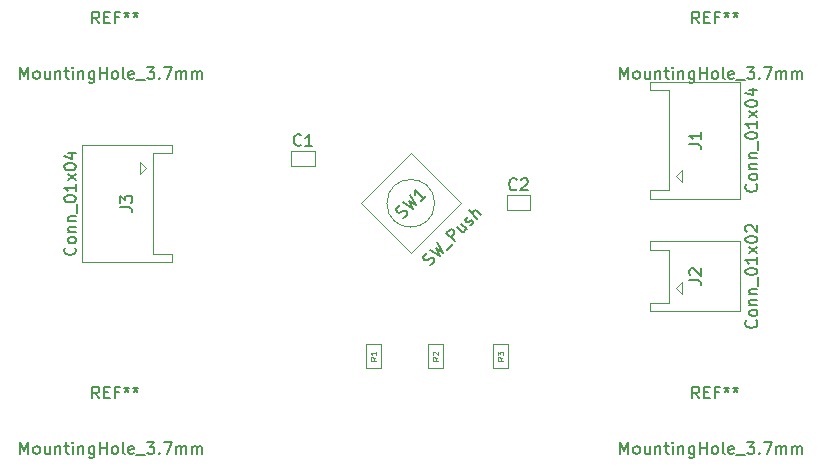
<source format=gbr>
G04 #@! TF.FileFunction,Other,Fab,Top*
%FSLAX46Y46*%
G04 Gerber Fmt 4.6, Leading zero omitted, Abs format (unit mm)*
G04 Created by KiCad (PCBNEW 4.0.6) date 05/22/18 14:15:00*
%MOMM*%
%LPD*%
G01*
G04 APERTURE LIST*
%ADD10C,0.100000*%
%ADD11C,0.150000*%
%ADD12C,0.075000*%
G04 APERTURE END LIST*
D10*
X120000000Y-91870000D02*
X120000000Y-90630000D01*
X122000000Y-91870000D02*
X120000000Y-91870000D01*
X122000000Y-90630000D02*
X122000000Y-91870000D01*
X120000000Y-90630000D02*
X122000000Y-90630000D01*
X138250000Y-95620000D02*
X138250000Y-94380000D01*
X140250000Y-95620000D02*
X138250000Y-95620000D01*
X140250000Y-94380000D02*
X140250000Y-95620000D01*
X138250000Y-94380000D02*
X140250000Y-94380000D01*
X152015000Y-93960000D02*
X150415000Y-93960000D01*
X150415000Y-93960000D02*
X150415000Y-94660000D01*
X150415000Y-94660000D02*
X158015000Y-94660000D01*
X158015000Y-94660000D02*
X158015000Y-84760000D01*
X158015000Y-84760000D02*
X150415000Y-84760000D01*
X150415000Y-84760000D02*
X150415000Y-85460000D01*
X150415000Y-85460000D02*
X152015000Y-85460000D01*
X152015000Y-85460000D02*
X152015000Y-93960000D01*
X152615000Y-92710000D02*
X153115000Y-93210000D01*
X153115000Y-93210000D02*
X153115000Y-92210000D01*
X153115000Y-92210000D02*
X152615000Y-92710000D01*
X152015000Y-103485000D02*
X150415000Y-103485000D01*
X150415000Y-103485000D02*
X150415000Y-104185000D01*
X150415000Y-104185000D02*
X158015000Y-104185000D01*
X158015000Y-104185000D02*
X158015000Y-98285000D01*
X158015000Y-98285000D02*
X150415000Y-98285000D01*
X150415000Y-98285000D02*
X150415000Y-98985000D01*
X150415000Y-98985000D02*
X152015000Y-98985000D01*
X152015000Y-98985000D02*
X152015000Y-103485000D01*
X152615000Y-102235000D02*
X153115000Y-102735000D01*
X153115000Y-102735000D02*
X153115000Y-101735000D01*
X153115000Y-101735000D02*
X152615000Y-102235000D01*
X108335000Y-90825000D02*
X109935000Y-90825000D01*
X109935000Y-90825000D02*
X109935000Y-90125000D01*
X109935000Y-90125000D02*
X102335000Y-90125000D01*
X102335000Y-90125000D02*
X102335000Y-100025000D01*
X102335000Y-100025000D02*
X109935000Y-100025000D01*
X109935000Y-100025000D02*
X109935000Y-99325000D01*
X109935000Y-99325000D02*
X108335000Y-99325000D01*
X108335000Y-99325000D02*
X108335000Y-90825000D01*
X107735000Y-92075000D02*
X107235000Y-91575000D01*
X107235000Y-91575000D02*
X107235000Y-92575000D01*
X107235000Y-92575000D02*
X107735000Y-92075000D01*
X127620000Y-109000000D02*
X126380000Y-109000000D01*
X127620000Y-107000000D02*
X127620000Y-109000000D01*
X126380000Y-107000000D02*
X127620000Y-107000000D01*
X126380000Y-109000000D02*
X126380000Y-107000000D01*
X131630000Y-107000000D02*
X132870000Y-107000000D01*
X131630000Y-109000000D02*
X131630000Y-107000000D01*
X132870000Y-109000000D02*
X131630000Y-109000000D01*
X132870000Y-107000000D02*
X132870000Y-109000000D01*
X138370000Y-109000000D02*
X137130000Y-109000000D01*
X138370000Y-107000000D02*
X138370000Y-109000000D01*
X137130000Y-107000000D02*
X138370000Y-107000000D01*
X137130000Y-109000000D02*
X137130000Y-107000000D01*
X128005767Y-92929573D02*
X130127087Y-90808253D01*
X130127087Y-90808253D02*
X134369728Y-95050893D01*
X134369728Y-95050893D02*
X130127087Y-99293534D01*
X130127087Y-99293534D02*
X125884447Y-95050893D01*
X125884447Y-95050893D02*
X128005767Y-92929573D01*
X132142651Y-95050893D02*
G75*
G03X132142651Y-95050893I-2015564J0D01*
G01*
D11*
X147884524Y-84527381D02*
X147884524Y-83527381D01*
X148217858Y-84241667D01*
X148551191Y-83527381D01*
X148551191Y-84527381D01*
X149170238Y-84527381D02*
X149075000Y-84479762D01*
X149027381Y-84432143D01*
X148979762Y-84336905D01*
X148979762Y-84051190D01*
X149027381Y-83955952D01*
X149075000Y-83908333D01*
X149170238Y-83860714D01*
X149313096Y-83860714D01*
X149408334Y-83908333D01*
X149455953Y-83955952D01*
X149503572Y-84051190D01*
X149503572Y-84336905D01*
X149455953Y-84432143D01*
X149408334Y-84479762D01*
X149313096Y-84527381D01*
X149170238Y-84527381D01*
X150360715Y-83860714D02*
X150360715Y-84527381D01*
X149932143Y-83860714D02*
X149932143Y-84384524D01*
X149979762Y-84479762D01*
X150075000Y-84527381D01*
X150217858Y-84527381D01*
X150313096Y-84479762D01*
X150360715Y-84432143D01*
X150836905Y-83860714D02*
X150836905Y-84527381D01*
X150836905Y-83955952D02*
X150884524Y-83908333D01*
X150979762Y-83860714D01*
X151122620Y-83860714D01*
X151217858Y-83908333D01*
X151265477Y-84003571D01*
X151265477Y-84527381D01*
X151598810Y-83860714D02*
X151979762Y-83860714D01*
X151741667Y-83527381D02*
X151741667Y-84384524D01*
X151789286Y-84479762D01*
X151884524Y-84527381D01*
X151979762Y-84527381D01*
X152313096Y-84527381D02*
X152313096Y-83860714D01*
X152313096Y-83527381D02*
X152265477Y-83575000D01*
X152313096Y-83622619D01*
X152360715Y-83575000D01*
X152313096Y-83527381D01*
X152313096Y-83622619D01*
X152789286Y-83860714D02*
X152789286Y-84527381D01*
X152789286Y-83955952D02*
X152836905Y-83908333D01*
X152932143Y-83860714D01*
X153075001Y-83860714D01*
X153170239Y-83908333D01*
X153217858Y-84003571D01*
X153217858Y-84527381D01*
X154122620Y-83860714D02*
X154122620Y-84670238D01*
X154075001Y-84765476D01*
X154027382Y-84813095D01*
X153932143Y-84860714D01*
X153789286Y-84860714D01*
X153694048Y-84813095D01*
X154122620Y-84479762D02*
X154027382Y-84527381D01*
X153836905Y-84527381D01*
X153741667Y-84479762D01*
X153694048Y-84432143D01*
X153646429Y-84336905D01*
X153646429Y-84051190D01*
X153694048Y-83955952D01*
X153741667Y-83908333D01*
X153836905Y-83860714D01*
X154027382Y-83860714D01*
X154122620Y-83908333D01*
X154598810Y-84527381D02*
X154598810Y-83527381D01*
X154598810Y-84003571D02*
X155170239Y-84003571D01*
X155170239Y-84527381D02*
X155170239Y-83527381D01*
X155789286Y-84527381D02*
X155694048Y-84479762D01*
X155646429Y-84432143D01*
X155598810Y-84336905D01*
X155598810Y-84051190D01*
X155646429Y-83955952D01*
X155694048Y-83908333D01*
X155789286Y-83860714D01*
X155932144Y-83860714D01*
X156027382Y-83908333D01*
X156075001Y-83955952D01*
X156122620Y-84051190D01*
X156122620Y-84336905D01*
X156075001Y-84432143D01*
X156027382Y-84479762D01*
X155932144Y-84527381D01*
X155789286Y-84527381D01*
X156694048Y-84527381D02*
X156598810Y-84479762D01*
X156551191Y-84384524D01*
X156551191Y-83527381D01*
X157455954Y-84479762D02*
X157360716Y-84527381D01*
X157170239Y-84527381D01*
X157075001Y-84479762D01*
X157027382Y-84384524D01*
X157027382Y-84003571D01*
X157075001Y-83908333D01*
X157170239Y-83860714D01*
X157360716Y-83860714D01*
X157455954Y-83908333D01*
X157503573Y-84003571D01*
X157503573Y-84098810D01*
X157027382Y-84194048D01*
X157694049Y-84622619D02*
X158455954Y-84622619D01*
X158598811Y-83527381D02*
X159217859Y-83527381D01*
X158884525Y-83908333D01*
X159027383Y-83908333D01*
X159122621Y-83955952D01*
X159170240Y-84003571D01*
X159217859Y-84098810D01*
X159217859Y-84336905D01*
X159170240Y-84432143D01*
X159122621Y-84479762D01*
X159027383Y-84527381D01*
X158741668Y-84527381D01*
X158646430Y-84479762D01*
X158598811Y-84432143D01*
X159646430Y-84432143D02*
X159694049Y-84479762D01*
X159646430Y-84527381D01*
X159598811Y-84479762D01*
X159646430Y-84432143D01*
X159646430Y-84527381D01*
X160027382Y-83527381D02*
X160694049Y-83527381D01*
X160265477Y-84527381D01*
X161075001Y-84527381D02*
X161075001Y-83860714D01*
X161075001Y-83955952D02*
X161122620Y-83908333D01*
X161217858Y-83860714D01*
X161360716Y-83860714D01*
X161455954Y-83908333D01*
X161503573Y-84003571D01*
X161503573Y-84527381D01*
X161503573Y-84003571D02*
X161551192Y-83908333D01*
X161646430Y-83860714D01*
X161789287Y-83860714D01*
X161884525Y-83908333D01*
X161932144Y-84003571D01*
X161932144Y-84527381D01*
X162408334Y-84527381D02*
X162408334Y-83860714D01*
X162408334Y-83955952D02*
X162455953Y-83908333D01*
X162551191Y-83860714D01*
X162694049Y-83860714D01*
X162789287Y-83908333D01*
X162836906Y-84003571D01*
X162836906Y-84527381D01*
X162836906Y-84003571D02*
X162884525Y-83908333D01*
X162979763Y-83860714D01*
X163122620Y-83860714D01*
X163217858Y-83908333D01*
X163265477Y-84003571D01*
X163265477Y-84527381D01*
X154541667Y-79827381D02*
X154208333Y-79351190D01*
X153970238Y-79827381D02*
X153970238Y-78827381D01*
X154351191Y-78827381D01*
X154446429Y-78875000D01*
X154494048Y-78922619D01*
X154541667Y-79017857D01*
X154541667Y-79160714D01*
X154494048Y-79255952D01*
X154446429Y-79303571D01*
X154351191Y-79351190D01*
X153970238Y-79351190D01*
X154970238Y-79303571D02*
X155303572Y-79303571D01*
X155446429Y-79827381D02*
X154970238Y-79827381D01*
X154970238Y-78827381D01*
X155446429Y-78827381D01*
X156208334Y-79303571D02*
X155875000Y-79303571D01*
X155875000Y-79827381D02*
X155875000Y-78827381D01*
X156351191Y-78827381D01*
X156875000Y-78827381D02*
X156875000Y-79065476D01*
X156636905Y-78970238D02*
X156875000Y-79065476D01*
X157113096Y-78970238D01*
X156732143Y-79255952D02*
X156875000Y-79065476D01*
X157017858Y-79255952D01*
X157636905Y-78827381D02*
X157636905Y-79065476D01*
X157398810Y-78970238D02*
X157636905Y-79065476D01*
X157875001Y-78970238D01*
X157494048Y-79255952D02*
X157636905Y-79065476D01*
X157779763Y-79255952D01*
X147884524Y-116277381D02*
X147884524Y-115277381D01*
X148217858Y-115991667D01*
X148551191Y-115277381D01*
X148551191Y-116277381D01*
X149170238Y-116277381D02*
X149075000Y-116229762D01*
X149027381Y-116182143D01*
X148979762Y-116086905D01*
X148979762Y-115801190D01*
X149027381Y-115705952D01*
X149075000Y-115658333D01*
X149170238Y-115610714D01*
X149313096Y-115610714D01*
X149408334Y-115658333D01*
X149455953Y-115705952D01*
X149503572Y-115801190D01*
X149503572Y-116086905D01*
X149455953Y-116182143D01*
X149408334Y-116229762D01*
X149313096Y-116277381D01*
X149170238Y-116277381D01*
X150360715Y-115610714D02*
X150360715Y-116277381D01*
X149932143Y-115610714D02*
X149932143Y-116134524D01*
X149979762Y-116229762D01*
X150075000Y-116277381D01*
X150217858Y-116277381D01*
X150313096Y-116229762D01*
X150360715Y-116182143D01*
X150836905Y-115610714D02*
X150836905Y-116277381D01*
X150836905Y-115705952D02*
X150884524Y-115658333D01*
X150979762Y-115610714D01*
X151122620Y-115610714D01*
X151217858Y-115658333D01*
X151265477Y-115753571D01*
X151265477Y-116277381D01*
X151598810Y-115610714D02*
X151979762Y-115610714D01*
X151741667Y-115277381D02*
X151741667Y-116134524D01*
X151789286Y-116229762D01*
X151884524Y-116277381D01*
X151979762Y-116277381D01*
X152313096Y-116277381D02*
X152313096Y-115610714D01*
X152313096Y-115277381D02*
X152265477Y-115325000D01*
X152313096Y-115372619D01*
X152360715Y-115325000D01*
X152313096Y-115277381D01*
X152313096Y-115372619D01*
X152789286Y-115610714D02*
X152789286Y-116277381D01*
X152789286Y-115705952D02*
X152836905Y-115658333D01*
X152932143Y-115610714D01*
X153075001Y-115610714D01*
X153170239Y-115658333D01*
X153217858Y-115753571D01*
X153217858Y-116277381D01*
X154122620Y-115610714D02*
X154122620Y-116420238D01*
X154075001Y-116515476D01*
X154027382Y-116563095D01*
X153932143Y-116610714D01*
X153789286Y-116610714D01*
X153694048Y-116563095D01*
X154122620Y-116229762D02*
X154027382Y-116277381D01*
X153836905Y-116277381D01*
X153741667Y-116229762D01*
X153694048Y-116182143D01*
X153646429Y-116086905D01*
X153646429Y-115801190D01*
X153694048Y-115705952D01*
X153741667Y-115658333D01*
X153836905Y-115610714D01*
X154027382Y-115610714D01*
X154122620Y-115658333D01*
X154598810Y-116277381D02*
X154598810Y-115277381D01*
X154598810Y-115753571D02*
X155170239Y-115753571D01*
X155170239Y-116277381D02*
X155170239Y-115277381D01*
X155789286Y-116277381D02*
X155694048Y-116229762D01*
X155646429Y-116182143D01*
X155598810Y-116086905D01*
X155598810Y-115801190D01*
X155646429Y-115705952D01*
X155694048Y-115658333D01*
X155789286Y-115610714D01*
X155932144Y-115610714D01*
X156027382Y-115658333D01*
X156075001Y-115705952D01*
X156122620Y-115801190D01*
X156122620Y-116086905D01*
X156075001Y-116182143D01*
X156027382Y-116229762D01*
X155932144Y-116277381D01*
X155789286Y-116277381D01*
X156694048Y-116277381D02*
X156598810Y-116229762D01*
X156551191Y-116134524D01*
X156551191Y-115277381D01*
X157455954Y-116229762D02*
X157360716Y-116277381D01*
X157170239Y-116277381D01*
X157075001Y-116229762D01*
X157027382Y-116134524D01*
X157027382Y-115753571D01*
X157075001Y-115658333D01*
X157170239Y-115610714D01*
X157360716Y-115610714D01*
X157455954Y-115658333D01*
X157503573Y-115753571D01*
X157503573Y-115848810D01*
X157027382Y-115944048D01*
X157694049Y-116372619D02*
X158455954Y-116372619D01*
X158598811Y-115277381D02*
X159217859Y-115277381D01*
X158884525Y-115658333D01*
X159027383Y-115658333D01*
X159122621Y-115705952D01*
X159170240Y-115753571D01*
X159217859Y-115848810D01*
X159217859Y-116086905D01*
X159170240Y-116182143D01*
X159122621Y-116229762D01*
X159027383Y-116277381D01*
X158741668Y-116277381D01*
X158646430Y-116229762D01*
X158598811Y-116182143D01*
X159646430Y-116182143D02*
X159694049Y-116229762D01*
X159646430Y-116277381D01*
X159598811Y-116229762D01*
X159646430Y-116182143D01*
X159646430Y-116277381D01*
X160027382Y-115277381D02*
X160694049Y-115277381D01*
X160265477Y-116277381D01*
X161075001Y-116277381D02*
X161075001Y-115610714D01*
X161075001Y-115705952D02*
X161122620Y-115658333D01*
X161217858Y-115610714D01*
X161360716Y-115610714D01*
X161455954Y-115658333D01*
X161503573Y-115753571D01*
X161503573Y-116277381D01*
X161503573Y-115753571D02*
X161551192Y-115658333D01*
X161646430Y-115610714D01*
X161789287Y-115610714D01*
X161884525Y-115658333D01*
X161932144Y-115753571D01*
X161932144Y-116277381D01*
X162408334Y-116277381D02*
X162408334Y-115610714D01*
X162408334Y-115705952D02*
X162455953Y-115658333D01*
X162551191Y-115610714D01*
X162694049Y-115610714D01*
X162789287Y-115658333D01*
X162836906Y-115753571D01*
X162836906Y-116277381D01*
X162836906Y-115753571D02*
X162884525Y-115658333D01*
X162979763Y-115610714D01*
X163122620Y-115610714D01*
X163217858Y-115658333D01*
X163265477Y-115753571D01*
X163265477Y-116277381D01*
X154541667Y-111577381D02*
X154208333Y-111101190D01*
X153970238Y-111577381D02*
X153970238Y-110577381D01*
X154351191Y-110577381D01*
X154446429Y-110625000D01*
X154494048Y-110672619D01*
X154541667Y-110767857D01*
X154541667Y-110910714D01*
X154494048Y-111005952D01*
X154446429Y-111053571D01*
X154351191Y-111101190D01*
X153970238Y-111101190D01*
X154970238Y-111053571D02*
X155303572Y-111053571D01*
X155446429Y-111577381D02*
X154970238Y-111577381D01*
X154970238Y-110577381D01*
X155446429Y-110577381D01*
X156208334Y-111053571D02*
X155875000Y-111053571D01*
X155875000Y-111577381D02*
X155875000Y-110577381D01*
X156351191Y-110577381D01*
X156875000Y-110577381D02*
X156875000Y-110815476D01*
X156636905Y-110720238D02*
X156875000Y-110815476D01*
X157113096Y-110720238D01*
X156732143Y-111005952D02*
X156875000Y-110815476D01*
X157017858Y-111005952D01*
X157636905Y-110577381D02*
X157636905Y-110815476D01*
X157398810Y-110720238D02*
X157636905Y-110815476D01*
X157875001Y-110720238D01*
X157494048Y-111005952D02*
X157636905Y-110815476D01*
X157779763Y-111005952D01*
X97084524Y-116277381D02*
X97084524Y-115277381D01*
X97417858Y-115991667D01*
X97751191Y-115277381D01*
X97751191Y-116277381D01*
X98370238Y-116277381D02*
X98275000Y-116229762D01*
X98227381Y-116182143D01*
X98179762Y-116086905D01*
X98179762Y-115801190D01*
X98227381Y-115705952D01*
X98275000Y-115658333D01*
X98370238Y-115610714D01*
X98513096Y-115610714D01*
X98608334Y-115658333D01*
X98655953Y-115705952D01*
X98703572Y-115801190D01*
X98703572Y-116086905D01*
X98655953Y-116182143D01*
X98608334Y-116229762D01*
X98513096Y-116277381D01*
X98370238Y-116277381D01*
X99560715Y-115610714D02*
X99560715Y-116277381D01*
X99132143Y-115610714D02*
X99132143Y-116134524D01*
X99179762Y-116229762D01*
X99275000Y-116277381D01*
X99417858Y-116277381D01*
X99513096Y-116229762D01*
X99560715Y-116182143D01*
X100036905Y-115610714D02*
X100036905Y-116277381D01*
X100036905Y-115705952D02*
X100084524Y-115658333D01*
X100179762Y-115610714D01*
X100322620Y-115610714D01*
X100417858Y-115658333D01*
X100465477Y-115753571D01*
X100465477Y-116277381D01*
X100798810Y-115610714D02*
X101179762Y-115610714D01*
X100941667Y-115277381D02*
X100941667Y-116134524D01*
X100989286Y-116229762D01*
X101084524Y-116277381D01*
X101179762Y-116277381D01*
X101513096Y-116277381D02*
X101513096Y-115610714D01*
X101513096Y-115277381D02*
X101465477Y-115325000D01*
X101513096Y-115372619D01*
X101560715Y-115325000D01*
X101513096Y-115277381D01*
X101513096Y-115372619D01*
X101989286Y-115610714D02*
X101989286Y-116277381D01*
X101989286Y-115705952D02*
X102036905Y-115658333D01*
X102132143Y-115610714D01*
X102275001Y-115610714D01*
X102370239Y-115658333D01*
X102417858Y-115753571D01*
X102417858Y-116277381D01*
X103322620Y-115610714D02*
X103322620Y-116420238D01*
X103275001Y-116515476D01*
X103227382Y-116563095D01*
X103132143Y-116610714D01*
X102989286Y-116610714D01*
X102894048Y-116563095D01*
X103322620Y-116229762D02*
X103227382Y-116277381D01*
X103036905Y-116277381D01*
X102941667Y-116229762D01*
X102894048Y-116182143D01*
X102846429Y-116086905D01*
X102846429Y-115801190D01*
X102894048Y-115705952D01*
X102941667Y-115658333D01*
X103036905Y-115610714D01*
X103227382Y-115610714D01*
X103322620Y-115658333D01*
X103798810Y-116277381D02*
X103798810Y-115277381D01*
X103798810Y-115753571D02*
X104370239Y-115753571D01*
X104370239Y-116277381D02*
X104370239Y-115277381D01*
X104989286Y-116277381D02*
X104894048Y-116229762D01*
X104846429Y-116182143D01*
X104798810Y-116086905D01*
X104798810Y-115801190D01*
X104846429Y-115705952D01*
X104894048Y-115658333D01*
X104989286Y-115610714D01*
X105132144Y-115610714D01*
X105227382Y-115658333D01*
X105275001Y-115705952D01*
X105322620Y-115801190D01*
X105322620Y-116086905D01*
X105275001Y-116182143D01*
X105227382Y-116229762D01*
X105132144Y-116277381D01*
X104989286Y-116277381D01*
X105894048Y-116277381D02*
X105798810Y-116229762D01*
X105751191Y-116134524D01*
X105751191Y-115277381D01*
X106655954Y-116229762D02*
X106560716Y-116277381D01*
X106370239Y-116277381D01*
X106275001Y-116229762D01*
X106227382Y-116134524D01*
X106227382Y-115753571D01*
X106275001Y-115658333D01*
X106370239Y-115610714D01*
X106560716Y-115610714D01*
X106655954Y-115658333D01*
X106703573Y-115753571D01*
X106703573Y-115848810D01*
X106227382Y-115944048D01*
X106894049Y-116372619D02*
X107655954Y-116372619D01*
X107798811Y-115277381D02*
X108417859Y-115277381D01*
X108084525Y-115658333D01*
X108227383Y-115658333D01*
X108322621Y-115705952D01*
X108370240Y-115753571D01*
X108417859Y-115848810D01*
X108417859Y-116086905D01*
X108370240Y-116182143D01*
X108322621Y-116229762D01*
X108227383Y-116277381D01*
X107941668Y-116277381D01*
X107846430Y-116229762D01*
X107798811Y-116182143D01*
X108846430Y-116182143D02*
X108894049Y-116229762D01*
X108846430Y-116277381D01*
X108798811Y-116229762D01*
X108846430Y-116182143D01*
X108846430Y-116277381D01*
X109227382Y-115277381D02*
X109894049Y-115277381D01*
X109465477Y-116277381D01*
X110275001Y-116277381D02*
X110275001Y-115610714D01*
X110275001Y-115705952D02*
X110322620Y-115658333D01*
X110417858Y-115610714D01*
X110560716Y-115610714D01*
X110655954Y-115658333D01*
X110703573Y-115753571D01*
X110703573Y-116277381D01*
X110703573Y-115753571D02*
X110751192Y-115658333D01*
X110846430Y-115610714D01*
X110989287Y-115610714D01*
X111084525Y-115658333D01*
X111132144Y-115753571D01*
X111132144Y-116277381D01*
X111608334Y-116277381D02*
X111608334Y-115610714D01*
X111608334Y-115705952D02*
X111655953Y-115658333D01*
X111751191Y-115610714D01*
X111894049Y-115610714D01*
X111989287Y-115658333D01*
X112036906Y-115753571D01*
X112036906Y-116277381D01*
X112036906Y-115753571D02*
X112084525Y-115658333D01*
X112179763Y-115610714D01*
X112322620Y-115610714D01*
X112417858Y-115658333D01*
X112465477Y-115753571D01*
X112465477Y-116277381D01*
X103741667Y-111577381D02*
X103408333Y-111101190D01*
X103170238Y-111577381D02*
X103170238Y-110577381D01*
X103551191Y-110577381D01*
X103646429Y-110625000D01*
X103694048Y-110672619D01*
X103741667Y-110767857D01*
X103741667Y-110910714D01*
X103694048Y-111005952D01*
X103646429Y-111053571D01*
X103551191Y-111101190D01*
X103170238Y-111101190D01*
X104170238Y-111053571D02*
X104503572Y-111053571D01*
X104646429Y-111577381D02*
X104170238Y-111577381D01*
X104170238Y-110577381D01*
X104646429Y-110577381D01*
X105408334Y-111053571D02*
X105075000Y-111053571D01*
X105075000Y-111577381D02*
X105075000Y-110577381D01*
X105551191Y-110577381D01*
X106075000Y-110577381D02*
X106075000Y-110815476D01*
X105836905Y-110720238D02*
X106075000Y-110815476D01*
X106313096Y-110720238D01*
X105932143Y-111005952D02*
X106075000Y-110815476D01*
X106217858Y-111005952D01*
X106836905Y-110577381D02*
X106836905Y-110815476D01*
X106598810Y-110720238D02*
X106836905Y-110815476D01*
X107075001Y-110720238D01*
X106694048Y-111005952D02*
X106836905Y-110815476D01*
X106979763Y-111005952D01*
X97084524Y-84527381D02*
X97084524Y-83527381D01*
X97417858Y-84241667D01*
X97751191Y-83527381D01*
X97751191Y-84527381D01*
X98370238Y-84527381D02*
X98275000Y-84479762D01*
X98227381Y-84432143D01*
X98179762Y-84336905D01*
X98179762Y-84051190D01*
X98227381Y-83955952D01*
X98275000Y-83908333D01*
X98370238Y-83860714D01*
X98513096Y-83860714D01*
X98608334Y-83908333D01*
X98655953Y-83955952D01*
X98703572Y-84051190D01*
X98703572Y-84336905D01*
X98655953Y-84432143D01*
X98608334Y-84479762D01*
X98513096Y-84527381D01*
X98370238Y-84527381D01*
X99560715Y-83860714D02*
X99560715Y-84527381D01*
X99132143Y-83860714D02*
X99132143Y-84384524D01*
X99179762Y-84479762D01*
X99275000Y-84527381D01*
X99417858Y-84527381D01*
X99513096Y-84479762D01*
X99560715Y-84432143D01*
X100036905Y-83860714D02*
X100036905Y-84527381D01*
X100036905Y-83955952D02*
X100084524Y-83908333D01*
X100179762Y-83860714D01*
X100322620Y-83860714D01*
X100417858Y-83908333D01*
X100465477Y-84003571D01*
X100465477Y-84527381D01*
X100798810Y-83860714D02*
X101179762Y-83860714D01*
X100941667Y-83527381D02*
X100941667Y-84384524D01*
X100989286Y-84479762D01*
X101084524Y-84527381D01*
X101179762Y-84527381D01*
X101513096Y-84527381D02*
X101513096Y-83860714D01*
X101513096Y-83527381D02*
X101465477Y-83575000D01*
X101513096Y-83622619D01*
X101560715Y-83575000D01*
X101513096Y-83527381D01*
X101513096Y-83622619D01*
X101989286Y-83860714D02*
X101989286Y-84527381D01*
X101989286Y-83955952D02*
X102036905Y-83908333D01*
X102132143Y-83860714D01*
X102275001Y-83860714D01*
X102370239Y-83908333D01*
X102417858Y-84003571D01*
X102417858Y-84527381D01*
X103322620Y-83860714D02*
X103322620Y-84670238D01*
X103275001Y-84765476D01*
X103227382Y-84813095D01*
X103132143Y-84860714D01*
X102989286Y-84860714D01*
X102894048Y-84813095D01*
X103322620Y-84479762D02*
X103227382Y-84527381D01*
X103036905Y-84527381D01*
X102941667Y-84479762D01*
X102894048Y-84432143D01*
X102846429Y-84336905D01*
X102846429Y-84051190D01*
X102894048Y-83955952D01*
X102941667Y-83908333D01*
X103036905Y-83860714D01*
X103227382Y-83860714D01*
X103322620Y-83908333D01*
X103798810Y-84527381D02*
X103798810Y-83527381D01*
X103798810Y-84003571D02*
X104370239Y-84003571D01*
X104370239Y-84527381D02*
X104370239Y-83527381D01*
X104989286Y-84527381D02*
X104894048Y-84479762D01*
X104846429Y-84432143D01*
X104798810Y-84336905D01*
X104798810Y-84051190D01*
X104846429Y-83955952D01*
X104894048Y-83908333D01*
X104989286Y-83860714D01*
X105132144Y-83860714D01*
X105227382Y-83908333D01*
X105275001Y-83955952D01*
X105322620Y-84051190D01*
X105322620Y-84336905D01*
X105275001Y-84432143D01*
X105227382Y-84479762D01*
X105132144Y-84527381D01*
X104989286Y-84527381D01*
X105894048Y-84527381D02*
X105798810Y-84479762D01*
X105751191Y-84384524D01*
X105751191Y-83527381D01*
X106655954Y-84479762D02*
X106560716Y-84527381D01*
X106370239Y-84527381D01*
X106275001Y-84479762D01*
X106227382Y-84384524D01*
X106227382Y-84003571D01*
X106275001Y-83908333D01*
X106370239Y-83860714D01*
X106560716Y-83860714D01*
X106655954Y-83908333D01*
X106703573Y-84003571D01*
X106703573Y-84098810D01*
X106227382Y-84194048D01*
X106894049Y-84622619D02*
X107655954Y-84622619D01*
X107798811Y-83527381D02*
X108417859Y-83527381D01*
X108084525Y-83908333D01*
X108227383Y-83908333D01*
X108322621Y-83955952D01*
X108370240Y-84003571D01*
X108417859Y-84098810D01*
X108417859Y-84336905D01*
X108370240Y-84432143D01*
X108322621Y-84479762D01*
X108227383Y-84527381D01*
X107941668Y-84527381D01*
X107846430Y-84479762D01*
X107798811Y-84432143D01*
X108846430Y-84432143D02*
X108894049Y-84479762D01*
X108846430Y-84527381D01*
X108798811Y-84479762D01*
X108846430Y-84432143D01*
X108846430Y-84527381D01*
X109227382Y-83527381D02*
X109894049Y-83527381D01*
X109465477Y-84527381D01*
X110275001Y-84527381D02*
X110275001Y-83860714D01*
X110275001Y-83955952D02*
X110322620Y-83908333D01*
X110417858Y-83860714D01*
X110560716Y-83860714D01*
X110655954Y-83908333D01*
X110703573Y-84003571D01*
X110703573Y-84527381D01*
X110703573Y-84003571D02*
X110751192Y-83908333D01*
X110846430Y-83860714D01*
X110989287Y-83860714D01*
X111084525Y-83908333D01*
X111132144Y-84003571D01*
X111132144Y-84527381D01*
X111608334Y-84527381D02*
X111608334Y-83860714D01*
X111608334Y-83955952D02*
X111655953Y-83908333D01*
X111751191Y-83860714D01*
X111894049Y-83860714D01*
X111989287Y-83908333D01*
X112036906Y-84003571D01*
X112036906Y-84527381D01*
X112036906Y-84003571D02*
X112084525Y-83908333D01*
X112179763Y-83860714D01*
X112322620Y-83860714D01*
X112417858Y-83908333D01*
X112465477Y-84003571D01*
X112465477Y-84527381D01*
X103741667Y-79827381D02*
X103408333Y-79351190D01*
X103170238Y-79827381D02*
X103170238Y-78827381D01*
X103551191Y-78827381D01*
X103646429Y-78875000D01*
X103694048Y-78922619D01*
X103741667Y-79017857D01*
X103741667Y-79160714D01*
X103694048Y-79255952D01*
X103646429Y-79303571D01*
X103551191Y-79351190D01*
X103170238Y-79351190D01*
X104170238Y-79303571D02*
X104503572Y-79303571D01*
X104646429Y-79827381D02*
X104170238Y-79827381D01*
X104170238Y-78827381D01*
X104646429Y-78827381D01*
X105408334Y-79303571D02*
X105075000Y-79303571D01*
X105075000Y-79827381D02*
X105075000Y-78827381D01*
X105551191Y-78827381D01*
X106075000Y-78827381D02*
X106075000Y-79065476D01*
X105836905Y-78970238D02*
X106075000Y-79065476D01*
X106313096Y-78970238D01*
X105932143Y-79255952D02*
X106075000Y-79065476D01*
X106217858Y-79255952D01*
X106836905Y-78827381D02*
X106836905Y-79065476D01*
X106598810Y-78970238D02*
X106836905Y-79065476D01*
X107075001Y-78970238D01*
X106694048Y-79255952D02*
X106836905Y-79065476D01*
X106979763Y-79255952D01*
X120833334Y-90107143D02*
X120785715Y-90154762D01*
X120642858Y-90202381D01*
X120547620Y-90202381D01*
X120404762Y-90154762D01*
X120309524Y-90059524D01*
X120261905Y-89964286D01*
X120214286Y-89773810D01*
X120214286Y-89630952D01*
X120261905Y-89440476D01*
X120309524Y-89345238D01*
X120404762Y-89250000D01*
X120547620Y-89202381D01*
X120642858Y-89202381D01*
X120785715Y-89250000D01*
X120833334Y-89297619D01*
X121785715Y-90202381D02*
X121214286Y-90202381D01*
X121500000Y-90202381D02*
X121500000Y-89202381D01*
X121404762Y-89345238D01*
X121309524Y-89440476D01*
X121214286Y-89488095D01*
X139083334Y-93857143D02*
X139035715Y-93904762D01*
X138892858Y-93952381D01*
X138797620Y-93952381D01*
X138654762Y-93904762D01*
X138559524Y-93809524D01*
X138511905Y-93714286D01*
X138464286Y-93523810D01*
X138464286Y-93380952D01*
X138511905Y-93190476D01*
X138559524Y-93095238D01*
X138654762Y-93000000D01*
X138797620Y-92952381D01*
X138892858Y-92952381D01*
X139035715Y-93000000D01*
X139083334Y-93047619D01*
X139464286Y-93047619D02*
X139511905Y-93000000D01*
X139607143Y-92952381D01*
X139845239Y-92952381D01*
X139940477Y-93000000D01*
X139988096Y-93047619D01*
X140035715Y-93142857D01*
X140035715Y-93238095D01*
X139988096Y-93380952D01*
X139416667Y-93952381D01*
X140035715Y-93952381D01*
X159372143Y-93448095D02*
X159419762Y-93495714D01*
X159467381Y-93638571D01*
X159467381Y-93733809D01*
X159419762Y-93876667D01*
X159324524Y-93971905D01*
X159229286Y-94019524D01*
X159038810Y-94067143D01*
X158895952Y-94067143D01*
X158705476Y-94019524D01*
X158610238Y-93971905D01*
X158515000Y-93876667D01*
X158467381Y-93733809D01*
X158467381Y-93638571D01*
X158515000Y-93495714D01*
X158562619Y-93448095D01*
X159467381Y-92876667D02*
X159419762Y-92971905D01*
X159372143Y-93019524D01*
X159276905Y-93067143D01*
X158991190Y-93067143D01*
X158895952Y-93019524D01*
X158848333Y-92971905D01*
X158800714Y-92876667D01*
X158800714Y-92733809D01*
X158848333Y-92638571D01*
X158895952Y-92590952D01*
X158991190Y-92543333D01*
X159276905Y-92543333D01*
X159372143Y-92590952D01*
X159419762Y-92638571D01*
X159467381Y-92733809D01*
X159467381Y-92876667D01*
X158800714Y-92114762D02*
X159467381Y-92114762D01*
X158895952Y-92114762D02*
X158848333Y-92067143D01*
X158800714Y-91971905D01*
X158800714Y-91829047D01*
X158848333Y-91733809D01*
X158943571Y-91686190D01*
X159467381Y-91686190D01*
X158800714Y-91210000D02*
X159467381Y-91210000D01*
X158895952Y-91210000D02*
X158848333Y-91162381D01*
X158800714Y-91067143D01*
X158800714Y-90924285D01*
X158848333Y-90829047D01*
X158943571Y-90781428D01*
X159467381Y-90781428D01*
X159562619Y-90543333D02*
X159562619Y-89781428D01*
X158467381Y-89352857D02*
X158467381Y-89257618D01*
X158515000Y-89162380D01*
X158562619Y-89114761D01*
X158657857Y-89067142D01*
X158848333Y-89019523D01*
X159086429Y-89019523D01*
X159276905Y-89067142D01*
X159372143Y-89114761D01*
X159419762Y-89162380D01*
X159467381Y-89257618D01*
X159467381Y-89352857D01*
X159419762Y-89448095D01*
X159372143Y-89495714D01*
X159276905Y-89543333D01*
X159086429Y-89590952D01*
X158848333Y-89590952D01*
X158657857Y-89543333D01*
X158562619Y-89495714D01*
X158515000Y-89448095D01*
X158467381Y-89352857D01*
X159467381Y-88067142D02*
X159467381Y-88638571D01*
X159467381Y-88352857D02*
X158467381Y-88352857D01*
X158610238Y-88448095D01*
X158705476Y-88543333D01*
X158753095Y-88638571D01*
X159467381Y-87733809D02*
X158800714Y-87209999D01*
X158800714Y-87733809D02*
X159467381Y-87209999D01*
X158467381Y-86638571D02*
X158467381Y-86543332D01*
X158515000Y-86448094D01*
X158562619Y-86400475D01*
X158657857Y-86352856D01*
X158848333Y-86305237D01*
X159086429Y-86305237D01*
X159276905Y-86352856D01*
X159372143Y-86400475D01*
X159419762Y-86448094D01*
X159467381Y-86543332D01*
X159467381Y-86638571D01*
X159419762Y-86733809D01*
X159372143Y-86781428D01*
X159276905Y-86829047D01*
X159086429Y-86876666D01*
X158848333Y-86876666D01*
X158657857Y-86829047D01*
X158562619Y-86781428D01*
X158515000Y-86733809D01*
X158467381Y-86638571D01*
X158800714Y-85448094D02*
X159467381Y-85448094D01*
X158419762Y-85686190D02*
X159134048Y-85924285D01*
X159134048Y-85305237D01*
X153717381Y-90043333D02*
X154431667Y-90043333D01*
X154574524Y-90090953D01*
X154669762Y-90186191D01*
X154717381Y-90329048D01*
X154717381Y-90424286D01*
X154717381Y-89043333D02*
X154717381Y-89614762D01*
X154717381Y-89329048D02*
X153717381Y-89329048D01*
X153860238Y-89424286D01*
X153955476Y-89519524D01*
X154003095Y-89614762D01*
X159372143Y-104973095D02*
X159419762Y-105020714D01*
X159467381Y-105163571D01*
X159467381Y-105258809D01*
X159419762Y-105401667D01*
X159324524Y-105496905D01*
X159229286Y-105544524D01*
X159038810Y-105592143D01*
X158895952Y-105592143D01*
X158705476Y-105544524D01*
X158610238Y-105496905D01*
X158515000Y-105401667D01*
X158467381Y-105258809D01*
X158467381Y-105163571D01*
X158515000Y-105020714D01*
X158562619Y-104973095D01*
X159467381Y-104401667D02*
X159419762Y-104496905D01*
X159372143Y-104544524D01*
X159276905Y-104592143D01*
X158991190Y-104592143D01*
X158895952Y-104544524D01*
X158848333Y-104496905D01*
X158800714Y-104401667D01*
X158800714Y-104258809D01*
X158848333Y-104163571D01*
X158895952Y-104115952D01*
X158991190Y-104068333D01*
X159276905Y-104068333D01*
X159372143Y-104115952D01*
X159419762Y-104163571D01*
X159467381Y-104258809D01*
X159467381Y-104401667D01*
X158800714Y-103639762D02*
X159467381Y-103639762D01*
X158895952Y-103639762D02*
X158848333Y-103592143D01*
X158800714Y-103496905D01*
X158800714Y-103354047D01*
X158848333Y-103258809D01*
X158943571Y-103211190D01*
X159467381Y-103211190D01*
X158800714Y-102735000D02*
X159467381Y-102735000D01*
X158895952Y-102735000D02*
X158848333Y-102687381D01*
X158800714Y-102592143D01*
X158800714Y-102449285D01*
X158848333Y-102354047D01*
X158943571Y-102306428D01*
X159467381Y-102306428D01*
X159562619Y-102068333D02*
X159562619Y-101306428D01*
X158467381Y-100877857D02*
X158467381Y-100782618D01*
X158515000Y-100687380D01*
X158562619Y-100639761D01*
X158657857Y-100592142D01*
X158848333Y-100544523D01*
X159086429Y-100544523D01*
X159276905Y-100592142D01*
X159372143Y-100639761D01*
X159419762Y-100687380D01*
X159467381Y-100782618D01*
X159467381Y-100877857D01*
X159419762Y-100973095D01*
X159372143Y-101020714D01*
X159276905Y-101068333D01*
X159086429Y-101115952D01*
X158848333Y-101115952D01*
X158657857Y-101068333D01*
X158562619Y-101020714D01*
X158515000Y-100973095D01*
X158467381Y-100877857D01*
X159467381Y-99592142D02*
X159467381Y-100163571D01*
X159467381Y-99877857D02*
X158467381Y-99877857D01*
X158610238Y-99973095D01*
X158705476Y-100068333D01*
X158753095Y-100163571D01*
X159467381Y-99258809D02*
X158800714Y-98734999D01*
X158800714Y-99258809D02*
X159467381Y-98734999D01*
X158467381Y-98163571D02*
X158467381Y-98068332D01*
X158515000Y-97973094D01*
X158562619Y-97925475D01*
X158657857Y-97877856D01*
X158848333Y-97830237D01*
X159086429Y-97830237D01*
X159276905Y-97877856D01*
X159372143Y-97925475D01*
X159419762Y-97973094D01*
X159467381Y-98068332D01*
X159467381Y-98163571D01*
X159419762Y-98258809D01*
X159372143Y-98306428D01*
X159276905Y-98354047D01*
X159086429Y-98401666D01*
X158848333Y-98401666D01*
X158657857Y-98354047D01*
X158562619Y-98306428D01*
X158515000Y-98258809D01*
X158467381Y-98163571D01*
X158562619Y-97449285D02*
X158515000Y-97401666D01*
X158467381Y-97306428D01*
X158467381Y-97068332D01*
X158515000Y-96973094D01*
X158562619Y-96925475D01*
X158657857Y-96877856D01*
X158753095Y-96877856D01*
X158895952Y-96925475D01*
X159467381Y-97496904D01*
X159467381Y-96877856D01*
X153717381Y-101568333D02*
X154431667Y-101568333D01*
X154574524Y-101615953D01*
X154669762Y-101711191D01*
X154717381Y-101854048D01*
X154717381Y-101949286D01*
X153812619Y-101139762D02*
X153765000Y-101092143D01*
X153717381Y-100996905D01*
X153717381Y-100758809D01*
X153765000Y-100663571D01*
X153812619Y-100615952D01*
X153907857Y-100568333D01*
X154003095Y-100568333D01*
X154145952Y-100615952D01*
X154717381Y-101187381D01*
X154717381Y-100568333D01*
X101692143Y-98813095D02*
X101739762Y-98860714D01*
X101787381Y-99003571D01*
X101787381Y-99098809D01*
X101739762Y-99241667D01*
X101644524Y-99336905D01*
X101549286Y-99384524D01*
X101358810Y-99432143D01*
X101215952Y-99432143D01*
X101025476Y-99384524D01*
X100930238Y-99336905D01*
X100835000Y-99241667D01*
X100787381Y-99098809D01*
X100787381Y-99003571D01*
X100835000Y-98860714D01*
X100882619Y-98813095D01*
X101787381Y-98241667D02*
X101739762Y-98336905D01*
X101692143Y-98384524D01*
X101596905Y-98432143D01*
X101311190Y-98432143D01*
X101215952Y-98384524D01*
X101168333Y-98336905D01*
X101120714Y-98241667D01*
X101120714Y-98098809D01*
X101168333Y-98003571D01*
X101215952Y-97955952D01*
X101311190Y-97908333D01*
X101596905Y-97908333D01*
X101692143Y-97955952D01*
X101739762Y-98003571D01*
X101787381Y-98098809D01*
X101787381Y-98241667D01*
X101120714Y-97479762D02*
X101787381Y-97479762D01*
X101215952Y-97479762D02*
X101168333Y-97432143D01*
X101120714Y-97336905D01*
X101120714Y-97194047D01*
X101168333Y-97098809D01*
X101263571Y-97051190D01*
X101787381Y-97051190D01*
X101120714Y-96575000D02*
X101787381Y-96575000D01*
X101215952Y-96575000D02*
X101168333Y-96527381D01*
X101120714Y-96432143D01*
X101120714Y-96289285D01*
X101168333Y-96194047D01*
X101263571Y-96146428D01*
X101787381Y-96146428D01*
X101882619Y-95908333D02*
X101882619Y-95146428D01*
X100787381Y-94717857D02*
X100787381Y-94622618D01*
X100835000Y-94527380D01*
X100882619Y-94479761D01*
X100977857Y-94432142D01*
X101168333Y-94384523D01*
X101406429Y-94384523D01*
X101596905Y-94432142D01*
X101692143Y-94479761D01*
X101739762Y-94527380D01*
X101787381Y-94622618D01*
X101787381Y-94717857D01*
X101739762Y-94813095D01*
X101692143Y-94860714D01*
X101596905Y-94908333D01*
X101406429Y-94955952D01*
X101168333Y-94955952D01*
X100977857Y-94908333D01*
X100882619Y-94860714D01*
X100835000Y-94813095D01*
X100787381Y-94717857D01*
X101787381Y-93432142D02*
X101787381Y-94003571D01*
X101787381Y-93717857D02*
X100787381Y-93717857D01*
X100930238Y-93813095D01*
X101025476Y-93908333D01*
X101073095Y-94003571D01*
X101787381Y-93098809D02*
X101120714Y-92574999D01*
X101120714Y-93098809D02*
X101787381Y-92574999D01*
X100787381Y-92003571D02*
X100787381Y-91908332D01*
X100835000Y-91813094D01*
X100882619Y-91765475D01*
X100977857Y-91717856D01*
X101168333Y-91670237D01*
X101406429Y-91670237D01*
X101596905Y-91717856D01*
X101692143Y-91765475D01*
X101739762Y-91813094D01*
X101787381Y-91908332D01*
X101787381Y-92003571D01*
X101739762Y-92098809D01*
X101692143Y-92146428D01*
X101596905Y-92194047D01*
X101406429Y-92241666D01*
X101168333Y-92241666D01*
X100977857Y-92194047D01*
X100882619Y-92146428D01*
X100835000Y-92098809D01*
X100787381Y-92003571D01*
X101120714Y-90813094D02*
X101787381Y-90813094D01*
X100739762Y-91051190D02*
X101454048Y-91289285D01*
X101454048Y-90670237D01*
X105537381Y-95408333D02*
X106251667Y-95408333D01*
X106394524Y-95455953D01*
X106489762Y-95551191D01*
X106537381Y-95694048D01*
X106537381Y-95789286D01*
X105537381Y-95027381D02*
X105537381Y-94408333D01*
X105918333Y-94741667D01*
X105918333Y-94598809D01*
X105965952Y-94503571D01*
X106013571Y-94455952D01*
X106108810Y-94408333D01*
X106346905Y-94408333D01*
X106442143Y-94455952D01*
X106489762Y-94503571D01*
X106537381Y-94598809D01*
X106537381Y-94884524D01*
X106489762Y-94979762D01*
X106442143Y-95027381D01*
D12*
X127226190Y-108083333D02*
X126988095Y-108250000D01*
X127226190Y-108369047D02*
X126726190Y-108369047D01*
X126726190Y-108178571D01*
X126750000Y-108130952D01*
X126773810Y-108107143D01*
X126821429Y-108083333D01*
X126892857Y-108083333D01*
X126940476Y-108107143D01*
X126964286Y-108130952D01*
X126988095Y-108178571D01*
X126988095Y-108369047D01*
X127226190Y-107607143D02*
X127226190Y-107892857D01*
X127226190Y-107750000D02*
X126726190Y-107750000D01*
X126797619Y-107797619D01*
X126845238Y-107845238D01*
X126869048Y-107892857D01*
X132476190Y-108083333D02*
X132238095Y-108250000D01*
X132476190Y-108369047D02*
X131976190Y-108369047D01*
X131976190Y-108178571D01*
X132000000Y-108130952D01*
X132023810Y-108107143D01*
X132071429Y-108083333D01*
X132142857Y-108083333D01*
X132190476Y-108107143D01*
X132214286Y-108130952D01*
X132238095Y-108178571D01*
X132238095Y-108369047D01*
X132023810Y-107892857D02*
X132000000Y-107869047D01*
X131976190Y-107821428D01*
X131976190Y-107702381D01*
X132000000Y-107654762D01*
X132023810Y-107630952D01*
X132071429Y-107607143D01*
X132119048Y-107607143D01*
X132190476Y-107630952D01*
X132476190Y-107916666D01*
X132476190Y-107607143D01*
X137976190Y-108083333D02*
X137738095Y-108250000D01*
X137976190Y-108369047D02*
X137476190Y-108369047D01*
X137476190Y-108178571D01*
X137500000Y-108130952D01*
X137523810Y-108107143D01*
X137571429Y-108083333D01*
X137642857Y-108083333D01*
X137690476Y-108107143D01*
X137714286Y-108130952D01*
X137738095Y-108178571D01*
X137738095Y-108369047D01*
X137476190Y-107916666D02*
X137476190Y-107607143D01*
X137666667Y-107773809D01*
X137666667Y-107702381D01*
X137690476Y-107654762D01*
X137714286Y-107630952D01*
X137761905Y-107607143D01*
X137880952Y-107607143D01*
X137928571Y-107630952D01*
X137952381Y-107654762D01*
X137976190Y-107702381D01*
X137976190Y-107845238D01*
X137952381Y-107892857D01*
X137928571Y-107916666D01*
D11*
X131758484Y-100285167D02*
X131893171Y-100217824D01*
X132061530Y-100049464D01*
X132095202Y-99948449D01*
X132095202Y-99881106D01*
X132061530Y-99780091D01*
X131994187Y-99712747D01*
X131893171Y-99679075D01*
X131825828Y-99679075D01*
X131724812Y-99712746D01*
X131556453Y-99813762D01*
X131455438Y-99847434D01*
X131388094Y-99847434D01*
X131287079Y-99813762D01*
X131219736Y-99746419D01*
X131186064Y-99645404D01*
X131186064Y-99578060D01*
X131219736Y-99477045D01*
X131388095Y-99308686D01*
X131522782Y-99241342D01*
X131724812Y-98971969D02*
X132600278Y-99510717D01*
X132229889Y-98870953D01*
X132869652Y-99241342D01*
X132330904Y-98365877D01*
X133206369Y-99039312D02*
X133745117Y-98500564D01*
X133846133Y-98264862D02*
X133139026Y-97557755D01*
X133408400Y-97288381D01*
X133509415Y-97254709D01*
X133576759Y-97254709D01*
X133677774Y-97288381D01*
X133778789Y-97389396D01*
X133812461Y-97490411D01*
X133812461Y-97557754D01*
X133778789Y-97658769D01*
X133509415Y-97928144D01*
X134384881Y-96783304D02*
X134856285Y-97254709D01*
X134081835Y-97086350D02*
X134452224Y-97456740D01*
X134553239Y-97490412D01*
X134654254Y-97456740D01*
X134755270Y-97355724D01*
X134788942Y-97254709D01*
X134788942Y-97187365D01*
X135125659Y-96917992D02*
X135226674Y-96884320D01*
X135361361Y-96749633D01*
X135395034Y-96648617D01*
X135361362Y-96547602D01*
X135327690Y-96513930D01*
X135226675Y-96480259D01*
X135125659Y-96513931D01*
X135024644Y-96614946D01*
X134923629Y-96648618D01*
X134822613Y-96614946D01*
X134788941Y-96581274D01*
X134755270Y-96480259D01*
X134788941Y-96379244D01*
X134889956Y-96278228D01*
X134990972Y-96244556D01*
X135765423Y-96345572D02*
X135058316Y-95638465D01*
X136068469Y-96042526D02*
X135698079Y-95672136D01*
X135597064Y-95638464D01*
X135496049Y-95672136D01*
X135395033Y-95773152D01*
X135361361Y-95874167D01*
X135361361Y-95941510D01*
X129470488Y-96279912D02*
X129605175Y-96212568D01*
X129773534Y-96044209D01*
X129807206Y-95943194D01*
X129807206Y-95875850D01*
X129773534Y-95774835D01*
X129706191Y-95707492D01*
X129605176Y-95673820D01*
X129537832Y-95673820D01*
X129436816Y-95707491D01*
X129268457Y-95808507D01*
X129167442Y-95842179D01*
X129100099Y-95842179D01*
X128999083Y-95808507D01*
X128931740Y-95741164D01*
X128898068Y-95640148D01*
X128898068Y-95572805D01*
X128931740Y-95471790D01*
X129100099Y-95303431D01*
X129234786Y-95236087D01*
X129436816Y-94966713D02*
X130312282Y-95505462D01*
X129941893Y-94865697D01*
X130581656Y-95236087D01*
X130042908Y-94360622D01*
X131389778Y-94427965D02*
X130985717Y-94832026D01*
X131187747Y-94629996D02*
X130480640Y-93922889D01*
X130514312Y-94091248D01*
X130514312Y-94225935D01*
X130480640Y-94326950D01*
M02*

</source>
